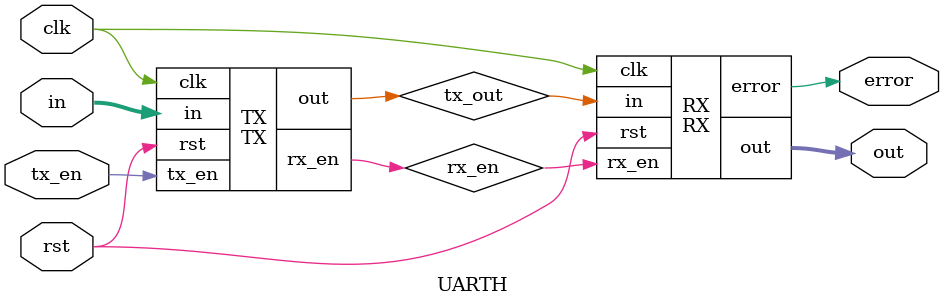
<source format=v>
module TX #(
    parameter PACKET = 8

)(  
    input clk,
    input rst,

    input [PACKET-1:0]in,

    input tx_en,
    output reg rx_en,
    output reg out
);
    
    reg [7:0]mem;
    reg [4:0]counter;
    reg wire_tx_en;

    always @(posedge clk, negedge rst)
    begin
        if(!rst)
        begin
            mem <= 8'd0;
            rx_en <= 1'd0;
            out <= 1'd0;
            counter <= 5'd0;
            wire_tx_en <= 1'b0;
        end


        else 
        begin
            if(tx_en)
            begin 
                wire_tx_en <= 1'b1;
                mem <= in;
                
            end

            else
            begin
            end

            if(wire_tx_en)
            begin
                
                case(counter)
                    5'd0:
                    begin
                        out <= 1'b0;
                        wire_tx_en <= 1'b1;
                        rx_en <= 1'b1; 
                    end
                    5'd1, 5'd2 , 5'd3  , 5'd4  , 5'd5  , 5'd6 , 5'd7  , 5'd8 :
                    begin
                        out <= mem[counter-1];
                        wire_tx_en <= 1'b1;
                        rx_en <= 1'b1; 
                    end
                    default:
                    begin
                        out <=1'b1;
                        wire_tx_en <= 1'b0;
                        rx_en <= 1'b0; 
                        counter <= 5'd0;
                    end     
                endcase

                if(counter == 5'd9)
                begin
                    counter <= 5'd0;
                end    

                else
                begin
                    counter <= counter + 1'b1;
                end    
           end

           else 
           begin
            out <= 1'd1;
            //wire_tx_en <= 1'b0;
           end 
        end

    end
endmodule

module RX(
    input clk, rst,
    input in,
    input rx_en,

    output reg error,
    output reg[7:0]out
);

    reg [4:0]counter;
    reg [7:0]mem;
    reg wire_rx_en;

    always @(posedge clk, negedge rst)
    begin
        if(!rst)
        begin
            error <= 1'b0;
            counter <= 5'd0;
            out <= 8'd0;
            wire_rx_en <= 1'b0;
        end

        else
        begin
            
            if(rx_en)
            begin
                counter <= counter + 1;
                mem[counter-1] <= in;
                error <= 1'b0;
            end

            else
            begin
                if(in == 1'b0)
                begin
                    error <= 1'b1;
                    counter <= 5'd0;
                    mem <= 8'd0;
                end

                else
                begin
                    error <= 1'b0;
                    counter <= 5'd0;
                    mem <= 8'd0;
                end
            end

            if(counter == 5'd9)
            begin
                out <= mem;
            end
            else 
            begin
                
            end

        end
    end


endmodule


module UARTH(
    input clk,rst,
    input [7:0]in,
    input tx_en,
    output [7:0]out,
    output error
);

    wire tx_out;
    wire rx_en;

    TX TX(
        .in(in),
        .rst(rst),
        .clk(clk),
        .tx_en(tx_en),
        .rx_en(rx_en),
        .out(tx_out)
    );

    RX RX(
        .in(tx_out),
        .rst(rst),
        .clk(clk),
        .rx_en(rx_en),
        .error(error),
        .out(out)
    );
endmodule

</source>
